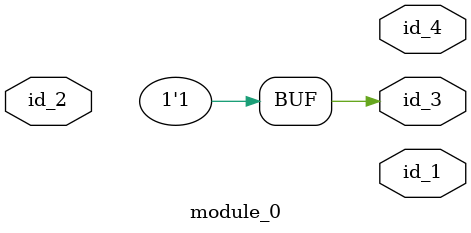
<source format=v>
module module_0 (
    id_1,
    id_2,
    id_3,
    id_4
);
  output wire id_4;
  output wire id_3;
  inout wire id_2;
  output wire id_1;
  assign id_3 = 1;
  wire id_5;
  wire id_6;
  wire id_7;
  wire id_8;
endmodule
module module_1 (
    id_1,
    id_2,
    id_3
);
  inout wire id_3;
  input wire id_2;
  inout wire id_1;
  wand id_4 = id_2;
  wire id_5;
  module_0 modCall_1 (
      id_4,
      id_4,
      id_5,
      id_4
  );
  assign id_4 = 1;
  assign id_3[1] = id_3;
endmodule

</source>
